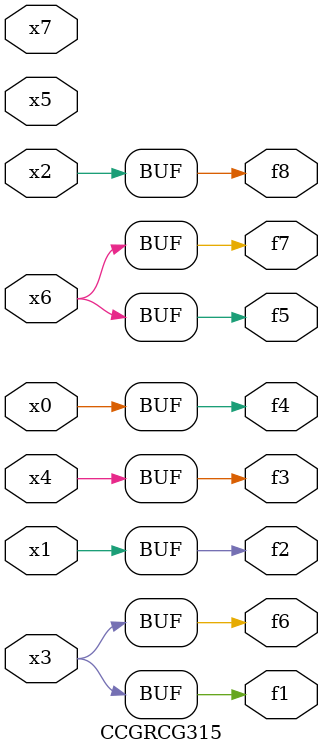
<source format=v>
module CCGRCG315(
	input x0, x1, x2, x3, x4, x5, x6, x7,
	output f1, f2, f3, f4, f5, f6, f7, f8
);
	assign f1 = x3;
	assign f2 = x1;
	assign f3 = x4;
	assign f4 = x0;
	assign f5 = x6;
	assign f6 = x3;
	assign f7 = x6;
	assign f8 = x2;
endmodule

</source>
